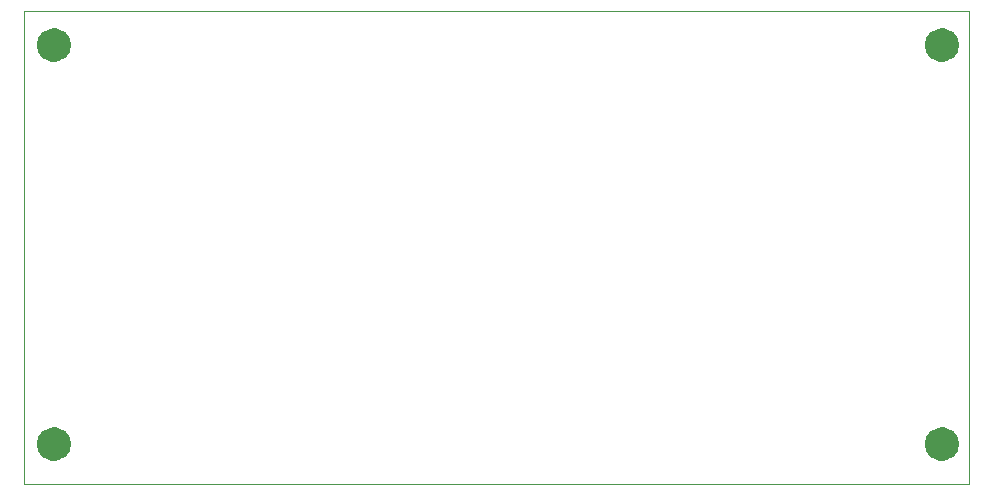
<source format=gbr>
%TF.GenerationSoftware,KiCad,Pcbnew,9.0.2-rc1*%
%TF.CreationDate,2025-05-07T10:44:18+01:00*%
%TF.ProjectId,Astro Droid BodyNeck,41737472-6f20-4447-926f-696420426f64,rev?*%
%TF.SameCoordinates,Original*%
%TF.FileFunction,Profile,NP*%
%FSLAX46Y46*%
G04 Gerber Fmt 4.6, Leading zero omitted, Abs format (unit mm)*
G04 Created by KiCad (PCBNEW 9.0.2-rc1) date 2025-05-07 10:44:18*
%MOMM*%
%LPD*%
G01*
G04 APERTURE LIST*
%TA.AperFunction,Profile*%
%ADD10C,1.475000*%
%TD*%
%TA.AperFunction,Profile*%
%ADD11C,0.050000*%
%TD*%
G04 APERTURE END LIST*
D10*
X121895500Y-58674000D02*
G75*
G02*
X120420500Y-58674000I-737500J0D01*
G01*
X120420500Y-58674000D02*
G75*
G02*
X121895500Y-58674000I737500J0D01*
G01*
X46711500Y-58674000D02*
G75*
G02*
X45236500Y-58674000I-737500J0D01*
G01*
X45236500Y-58674000D02*
G75*
G02*
X46711500Y-58674000I737500J0D01*
G01*
X121895500Y-92456000D02*
G75*
G02*
X120420500Y-92456000I-737500J0D01*
G01*
X120420500Y-92456000D02*
G75*
G02*
X121895500Y-92456000I737500J0D01*
G01*
X46711500Y-92456000D02*
G75*
G02*
X45236500Y-92456000I-737500J0D01*
G01*
X45236500Y-92456000D02*
G75*
G02*
X46711500Y-92456000I737500J0D01*
G01*
D11*
X43439000Y-55819000D02*
X123439000Y-55819000D01*
X123439000Y-95819000D01*
X43439000Y-95819000D01*
X43439000Y-55819000D01*
M02*

</source>
